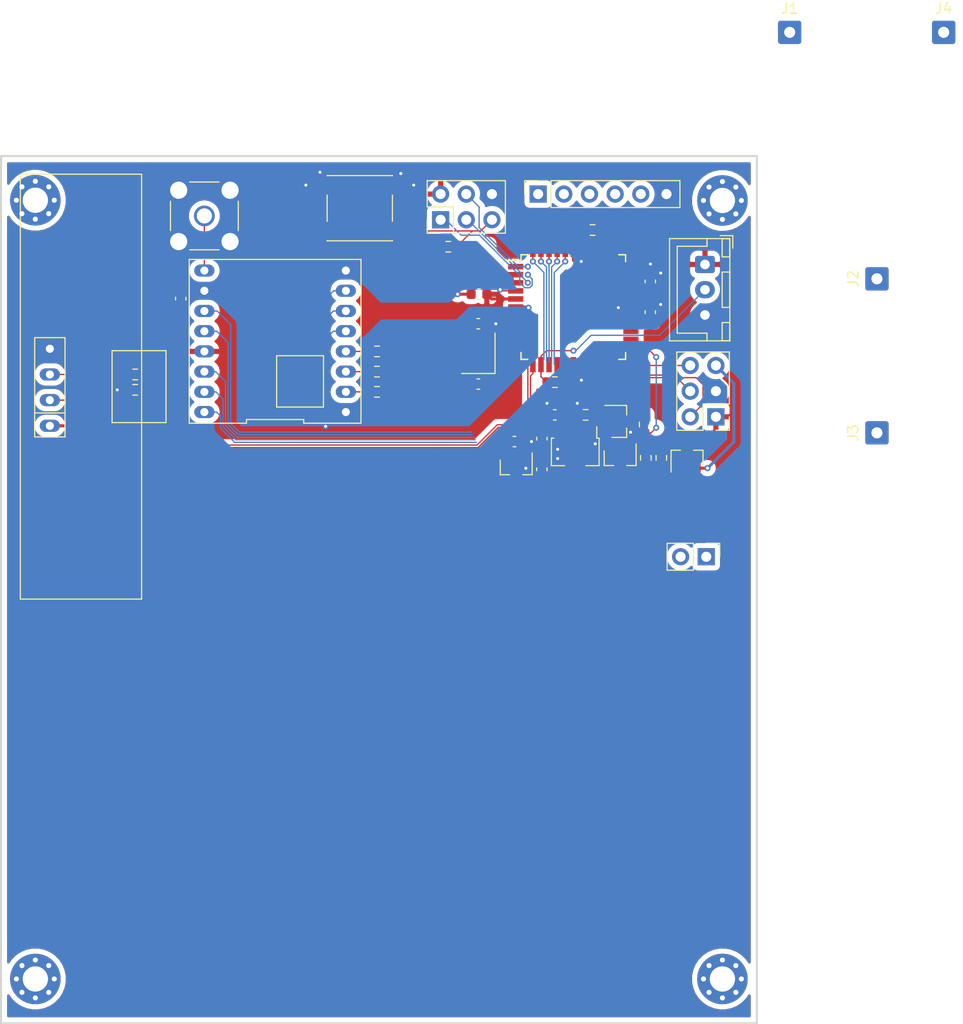
<source format=kicad_pcb>
(kicad_pcb (version 20171130) (host pcbnew "(5.1.7)-1")
  (layers (0 F.Cu signal) (31 B.Cu signal) (35 F.Paste user) (37 F.SilkS user) (38 B.Mask user) (39 F.Mask user) (44 Edge.Cuts user))
  (net 0 "")
  (net 1 VBAT_SW)
  (net 2 GND)
  (net 3 +3V3)
  (net 4 "Net-(C3-Pad2)")
  (net 5 +3.3V_SW)
  (net 6 XTAL1)
  (net 7 XTAL2)
  (net 8 "Net-(C11-Pad2)")
  (net 9 "Net-(J2-Pad1)")
  (net 10 VBAT)
  (net 11 I2C_SCL)
  (net 12 I2C_SDA)
  (net 13 SMBALERT)
  (net 14 ONEWIRE)
  (net 15 NRST)
  (net 16 AVR_MOSI)
  (net 17 AVR_SCK)
  (net 18 AVR_MISO)
  (net 19 "Net-(J11-Pad3)")
  (net 20 AVR_TX1)
  (net 21 AVR_RX0)
  (net 22 AVR_TX0)
  (net 23 "Net-(J13-Pad1)")
  (net 24 "Net-(Q1-Pad1)")
  (net 25 SW_PERIF)
  (net 26 SPI_MISO)
  (net 27 AVR_RX1)
  (net 28 SPI_MOSI)
  (net 29 SPI_SCK)
  (net 30 RADIO_NSS)
  (net 31 RADIO_DIO5)
  (net 32 RADIO_DIO4)
  (net 33 RADIO_DIO3)
  (net 34 RADIO_DIO2)
  (net 35 RADIO_DIO1)
  (net 36 RADIO_DIO0)
  (net 37 RADIO_RST)
  (net 38 "Net-(U5-Pad34)")
  (net 39 "Net-(U5-Pad33)")
  (net 40 "Net-(U5-Pad32)")
  (net 41 "Net-(U5-Pad31)")
  (net 42 "Net-(U5-Pad30)")
  (net 43 "Net-(U5-Pad24)")
  (net 44 "Net-(U5-Pad22)")
  (net 45 "Net-(U5-Pad16)")
  (net 46 "Net-(U5-Pad15)")
  (net 47 "Net-(U5-Pad14)")
  (net 48 "Net-(J12-Pad5)")
  (net 49 "Net-(J12-Pad1)")
  (net 50 "Net-(Q3-Pad1)")
  (net 51 "Net-(H1-Pad1)")
  (net 52 "Net-(H2-Pad1)")
  (net 53 "Net-(H3-Pad1)")
  (net 54 "Net-(U5-Pad26)")
  (net 55 "Net-(U5-Pad25)")
  (net 56 +5V_SW)
  (net 57 "Net-(H4-Pad1)")
  (net 58 "Net-(J12-Pad4)")
  (module Resistor_SMD:R_0603_1608Metric (layer F.Cu) (at 55.6768 100.37 180)
    (fp_text reference R7)
    (fp_text value 330)
    (pad 1 smd roundrect (at -0.825 0 180) (size 0.8 0.95) (layers F.Cu F.Paste F.Mask) (net 16 AVR_MOSI))
    (pad 2 smd roundrect (at 0.825 0 180) (size 0.8 0.95) (layers F.Cu F.Paste F.Mask) (net 28 SPI_MOSI))
  )
  (module project:RFM95 (layer F.Cu) (at 45.7487 97.3954 180)
    (fp_text reference U4)
    (fp_text value LoRa_Radio)
    (pad 8 thru_hole oval (at -6.8476 7.0254 90) (size 1.2 2) (drill 0.8) (layers *.Cu *.Mask) (net 2 GND))
    (pad 9 thru_hole oval (at 7.1524 7.0254 90) (size 1.2 2) (drill 0.8) (layers *.Cu *.Mask) (net 23 "Net-(J13-Pad1)"))
    (pad 7 thru_hole oval (at -6.8476 5.0254 90) (size 1.2 2) (drill 0.8) (layers *.Cu *.Mask) (net 31 RADIO_DIO5))
    (pad 10 thru_hole oval (at 7.1524 5.0254 90) (size 1.2 2) (drill 0.8) (layers *.Cu *.Mask) (net 2 GND))
    (pad 6 thru_hole oval (at -6.8476 3.0254 90) (size 1.2 2) (drill 0.8) (layers *.Cu *.Mask) (net 37 RADIO_RST))
    (pad 11 thru_hole oval (at 7.1524 3.0254 90) (size 1.2 2) (drill 0.8) (layers *.Cu *.Mask) (net 33 RADIO_DIO3))
    (pad 5 thru_hole oval (at -6.8476 1.0254 90) (size 1.2 2) (drill 0.8) (layers *.Cu *.Mask) (net 30 RADIO_NSS))
    (pad 12 thru_hole oval (at 7.1524 1.0254 90) (size 1.2 2) (drill 0.8) (layers *.Cu *.Mask) (net 32 RADIO_DIO4))
    (pad 4 thru_hole oval (at -6.8476 -0.9746 90) (size 1.2 2) (drill 0.8) (layers *.Cu *.Mask) (net 29 SPI_SCK))
    (pad 13 thru_hole oval (at 7.1524 -0.9746 90) (size 1.2 2) (drill 0.8) (layers *.Cu *.Mask) (net 3 +3V3))
    (pad 3 thru_hole oval (at -6.8476 -2.9746 90) (size 1.2 2) (drill 0.8) (layers *.Cu *.Mask) (net 28 SPI_MOSI))
    (pad 14 thru_hole oval (at 7.1524 -2.9746 90) (size 1.2 2) (drill 0.8) (layers *.Cu *.Mask) (net 36 RADIO_DIO0))
    (pad 2 thru_hole oval (at -6.8476 -4.9746 90) (size 1.2 2) (drill 0.8) (layers *.Cu *.Mask) (net 26 SPI_MISO))
    (pad 15 thru_hole oval (at 7.1524 -4.9746 90) (size 1.2 2) (drill 0.8) (layers *.Cu *.Mask) (net 35 RADIO_DIO1))
    (pad 1 thru_hole oval (at -6.8476 -6.9746 90) (size 1.2 2) (drill 0.8) (layers *.Cu *.Mask) (net 2 GND))
    (pad 16 thru_hole oval (at 7.1524 -6.9746 90) (size 1.2 2) (drill 0.8) (layers *.Cu *.Mask) (net 34 RADIO_DIO2))
  )
  (module Package_QFP:TQFP-44_10x10mm_P0.8mm (layer F.Cu) (at 75.1078 93.98)
    (fp_text reference U5)
    (fp_text value ATmega1284P-AU)
    (pad 44 smd rect (at -4 -5.7 90) (size 1.5 0.55) (layers F.Cu F.Paste F.Mask) (net 33 RADIO_DIO3))
    (pad 43 smd rect (at -3.2 -5.7 90) (size 1.5 0.55) (layers F.Cu F.Paste F.Mask) (net 32 RADIO_DIO4))
    (pad 42 smd rect (at -2.4 -5.7 90) (size 1.5 0.55) (layers F.Cu F.Paste F.Mask) (net 36 RADIO_DIO0))
    (pad 41 smd rect (at -1.6 -5.7 90) (size 1.5 0.55) (layers F.Cu F.Paste F.Mask) (net 35 RADIO_DIO1))
    (pad 40 smd rect (at -0.8 -5.7 90) (size 1.5 0.55) (layers F.Cu F.Paste F.Mask) (net 34 RADIO_DIO2))
    (pad 39 smd rect (at 0 -5.7 90) (size 1.5 0.55) (layers F.Cu F.Paste F.Mask) (net 2 GND))
    (pad 38 smd rect (at 0.8 -5.7 90) (size 1.5 0.55) (layers F.Cu F.Paste F.Mask) (net 3 +3V3))
    (pad 37 smd rect (at 1.6 -5.7 90) (size 1.5 0.55) (layers F.Cu F.Paste F.Mask) (net 31 RADIO_DIO5))
    (pad 36 smd rect (at 2.4 -5.7 90) (size 1.5 0.55) (layers F.Cu F.Paste F.Mask) (net 37 RADIO_RST))
    (pad 35 smd rect (at 3.2 -5.7 90) (size 1.5 0.55) (layers F.Cu F.Paste F.Mask) (net 30 RADIO_NSS))
    (pad 34 smd rect (at 4 -5.7 90) (size 1.5 0.55) (layers F.Cu F.Paste F.Mask) (net 38 "Net-(U5-Pad34)"))
    (pad 33 smd rect (at 5.7 -4) (size 1.5 0.55) (layers F.Cu F.Paste F.Mask) (net 39 "Net-(U5-Pad33)"))
    (pad 32 smd rect (at 5.7 -3.2) (size 1.5 0.55) (layers F.Cu F.Paste F.Mask) (net 40 "Net-(U5-Pad32)"))
    (pad 31 smd rect (at 5.7 -2.4) (size 1.5 0.55) (layers F.Cu F.Paste F.Mask) (net 41 "Net-(U5-Pad31)"))
    (pad 30 smd rect (at 5.7 -1.6) (size 1.5 0.55) (layers F.Cu F.Paste F.Mask) (net 42 "Net-(U5-Pad30)"))
    (pad 29 smd rect (at 5.7 -0.8) (size 1.5 0.55) (layers F.Cu F.Paste F.Mask) (net 8 "Net-(C11-Pad2)"))
    (pad 28 smd rect (at 5.7 0) (size 1.5 0.55) (layers F.Cu F.Paste F.Mask) (net 2 GND))
    (pad 27 smd rect (at 5.7 0.8) (size 1.5 0.55) (layers F.Cu F.Paste F.Mask) (net 3 +3V3))
    (pad 26 smd rect (at 5.7 1.6) (size 1.5 0.55) (layers F.Cu F.Paste F.Mask) (net 54 "Net-(U5-Pad26)"))
    (pad 25 smd rect (at 5.7 2.4) (size 1.5 0.55) (layers F.Cu F.Paste F.Mask) (net 55 "Net-(U5-Pad25)"))
    (pad 24 smd rect (at 5.7 3.2) (size 1.5 0.55) (layers F.Cu F.Paste F.Mask) (net 43 "Net-(U5-Pad24)"))
    (pad 23 smd rect (at 5.7 4) (size 1.5 0.55) (layers F.Cu F.Paste F.Mask) (net 25 SW_PERIF))
    (pad 22 smd rect (at 4 5.7 90) (size 1.5 0.55) (layers F.Cu F.Paste F.Mask) (net 44 "Net-(U5-Pad22)"))
    (pad 21 smd rect (at 3.2 5.7 90) (size 1.5 0.55) (layers F.Cu F.Paste F.Mask) (net 13 SMBALERT))
    (pad 20 smd rect (at 2.4 5.7 90) (size 1.5 0.55) (layers F.Cu F.Paste F.Mask) (net 12 I2C_SDA))
    (pad 19 smd rect (at 1.6 5.7 90) (size 1.5 0.55) (layers F.Cu F.Paste F.Mask) (net 11 I2C_SCL))
    (pad 18 smd rect (at 0.8 5.7 90) (size 1.5 0.55) (layers F.Cu F.Paste F.Mask) (net 2 GND))
    (pad 17 smd rect (at 0 5.7 90) (size 1.5 0.55) (layers F.Cu F.Paste F.Mask) (net 3 +3V3))
    (pad 16 smd rect (at -0.8 5.7 90) (size 1.5 0.55) (layers F.Cu F.Paste F.Mask) (net 45 "Net-(U5-Pad16)"))
    (pad 15 smd rect (at -1.6 5.7 90) (size 1.5 0.55) (layers F.Cu F.Paste F.Mask) (net 46 "Net-(U5-Pad15)"))
    (pad 14 smd rect (at -2.4 5.7 90) (size 1.5 0.55) (layers F.Cu F.Paste F.Mask) (net 47 "Net-(U5-Pad14)"))
    (pad 13 smd rect (at -3.2 5.7 90) (size 1.5 0.55) (layers F.Cu F.Paste F.Mask) (net 14 ONEWIRE))
    (pad 12 smd rect (at -4 5.7 90) (size 1.5 0.55) (layers F.Cu F.Paste F.Mask) (net 20 AVR_TX1))
    (pad 11 smd rect (at -5.7 4) (size 1.5 0.55) (layers F.Cu F.Paste F.Mask) (net 27 AVR_RX1))
    (pad 10 smd rect (at -5.7 3.2) (size 1.5 0.55) (layers F.Cu F.Paste F.Mask) (net 22 AVR_TX0))
    (pad 9 smd rect (at -5.7 2.4) (size 1.5 0.55) (layers F.Cu F.Paste F.Mask) (net 21 AVR_RX0))
    (pad 8 smd rect (at -5.7 1.6) (size 1.5 0.55) (layers F.Cu F.Paste F.Mask) (net 6 XTAL1))
    (pad 7 smd rect (at -5.7 0.8) (size 1.5 0.55) (layers F.Cu F.Paste F.Mask) (net 7 XTAL2))
    (pad 6 smd rect (at -5.7 0) (size 1.5 0.55) (layers F.Cu F.Paste F.Mask) (net 2 GND))
    (pad 5 smd rect (at -5.7 -0.8) (size 1.5 0.55) (layers F.Cu F.Paste F.Mask) (net 3 +3V3))
    (pad 4 smd rect (at -5.7 -1.6) (size 1.5 0.55) (layers F.Cu F.Paste F.Mask) (net 15 NRST))
    (pad 3 smd rect (at -5.7 -2.4) (size 1.5 0.55) (layers F.Cu F.Paste F.Mask) (net 17 AVR_SCK))
    (pad 2 smd rect (at -5.7 -3.2) (size 1.5 0.55) (layers F.Cu F.Paste F.Mask) (net 18 AVR_MISO))
    (pad 1 smd rect (at -5.7 -4) (size 1.5 0.55) (layers F.Cu F.Paste F.Mask) (net 16 AVR_MOSI))
  )
  (module project:JSN-SR04T (layer F.Cu) (at 26.416 101.854 90)
    (fp_text reference J11)
    (fp_text value Ultrasone)
    (pad 4 thru_hole oval (at 3.7465 -3.1115 90) (size 1.2 2) (drill 0.8) (layers *.Cu *.Mask) (net 2 GND))
    (pad 3 thru_hole oval (at 1.2065 -3.1115 90) (size 1.2 2) (drill 0.8) (layers *.Cu *.Mask) (net 19 "Net-(J11-Pad3)"))
    (pad 2 thru_hole oval (at -1.3335 -3.1115 90) (size 1.2 2) (drill 0.8) (layers *.Cu *.Mask) (net 20 AVR_TX1))
    (pad 1 thru_hole oval (at -3.8735 -3.1115 90) (size 1.2 2) (drill 0.8) (layers *.Cu *.Mask) (net 56 +5V_SW))
  )
  (module Button_Switch_SMD:SW_Push_1P1T_NO_6x6mm_H9.5mm (layer F.Cu) (at 53.975 84.201 180)
    (fp_text reference SW2)
    (fp_text value SW_NRST)
    (pad 2 smd rect (at 3.975 2.25 180) (size 1.55 1.3) (layers F.Cu F.Paste F.Mask) (net 2 GND))
    (pad 1 smd rect (at 3.975 -2.25 180) (size 1.55 1.3) (layers F.Cu F.Paste F.Mask) (net 15 NRST))
    (pad 1 smd rect (at -3.975 -2.25 180) (size 1.55 1.3) (layers F.Cu F.Paste F.Mask) (net 15 NRST))
    (pad 2 smd rect (at -3.975 2.25 180) (size 1.55 1.3) (layers F.Cu F.Paste F.Mask) (net 2 GND))
  )
  (module MountingHole:MountingHole_2.5mm_Pad_Via (layer F.Cu) (at 21.8694 160.4518)
    (fp_text reference H4)
    (fp_text value MountingHole_Pad)
    (pad 1 thru_hole circle (at 1.325825 -1.325825) (size 0.8 0.8) (drill 0.5) (layers *.Cu *.Mask) (net 57 "Net-(H4-Pad1)"))
    (pad 1 thru_hole circle (at 0 -1.875) (size 0.8 0.8) (drill 0.5) (layers *.Cu *.Mask) (net 57 "Net-(H4-Pad1)"))
    (pad 1 thru_hole circle (at -1.325825 -1.325825) (size 0.8 0.8) (drill 0.5) (layers *.Cu *.Mask) (net 57 "Net-(H4-Pad1)"))
    (pad 1 thru_hole circle (at -1.875 0) (size 0.8 0.8) (drill 0.5) (layers *.Cu *.Mask) (net 57 "Net-(H4-Pad1)"))
    (pad 1 thru_hole circle (at -1.325825 1.325825) (size 0.8 0.8) (drill 0.5) (layers *.Cu *.Mask) (net 57 "Net-(H4-Pad1)"))
    (pad 1 thru_hole circle (at 0 1.875) (size 0.8 0.8) (drill 0.5) (layers *.Cu *.Mask) (net 57 "Net-(H4-Pad1)"))
    (pad 1 thru_hole circle (at 1.325825 1.325825) (size 0.8 0.8) (drill 0.5) (layers *.Cu *.Mask) (net 57 "Net-(H4-Pad1)"))
    (pad 1 thru_hole circle (at 1.875 0) (size 0.8 0.8) (drill 0.5) (layers *.Cu *.Mask) (net 57 "Net-(H4-Pad1)"))
    (pad 1 thru_hole circle (at 0 0) (size 5 5) (drill 2.5) (layers *.Cu *.Mask) (net 57 "Net-(H4-Pad1)"))
  )
  (module Capacitor_SMD:C_0603_1608Metric (layer F.Cu) (at 36.2585 93.145 270)
    (fp_text reference C5)
    (fp_text value 10u)
    (pad 2 smd roundrect (at 0.775 0 270) (size 0.9 0.95) (layers F.Cu F.Paste F.Mask) (net 3 +3V3))
    (pad 1 smd roundrect (at -0.775 0 270) (size 0.9 0.95) (layers F.Cu F.Paste F.Mask) (net 2 GND))
  )
  (module MountingHole:MountingHole_2.5mm_Pad_Via (layer F.Cu) (at 21.8694 83.4136)
    (fp_text reference H3)
    (fp_text value MountingHole_Pad)
    (pad 1 thru_hole circle (at 1.325825 -1.325825) (size 0.8 0.8) (drill 0.5) (layers *.Cu *.Mask) (net 53 "Net-(H3-Pad1)"))
    (pad 1 thru_hole circle (at 0 -1.875) (size 0.8 0.8) (drill 0.5) (layers *.Cu *.Mask) (net 53 "Net-(H3-Pad1)"))
    (pad 1 thru_hole circle (at -1.325825 -1.325825) (size 0.8 0.8) (drill 0.5) (layers *.Cu *.Mask) (net 53 "Net-(H3-Pad1)"))
    (pad 1 thru_hole circle (at -1.875 0) (size 0.8 0.8) (drill 0.5) (layers *.Cu *.Mask) (net 53 "Net-(H3-Pad1)"))
    (pad 1 thru_hole circle (at -1.325825 1.325825) (size 0.8 0.8) (drill 0.5) (layers *.Cu *.Mask) (net 53 "Net-(H3-Pad1)"))
    (pad 1 thru_hole circle (at 0 1.875) (size 0.8 0.8) (drill 0.5) (layers *.Cu *.Mask) (net 53 "Net-(H3-Pad1)"))
    (pad 1 thru_hole circle (at 1.325825 1.325825) (size 0.8 0.8) (drill 0.5) (layers *.Cu *.Mask) (net 53 "Net-(H3-Pad1)"))
    (pad 1 thru_hole circle (at 1.875 0) (size 0.8 0.8) (drill 0.5) (layers *.Cu *.Mask) (net 53 "Net-(H3-Pad1)"))
    (pad 1 thru_hole circle (at 0 0) (size 5 5) (drill 2.5) (layers *.Cu *.Mask) (net 53 "Net-(H3-Pad1)"))
  )
  (module MountingHole:MountingHole_2.5mm_Pad_Via (layer F.Cu) (at 89.8652 160.4518)
    (fp_text reference H2)
    (fp_text value MountingHole_Pad)
    (pad 1 thru_hole circle (at 1.325825 -1.325825) (size 0.8 0.8) (drill 0.5) (layers *.Cu *.Mask) (net 52 "Net-(H2-Pad1)"))
    (pad 1 thru_hole circle (at 0 -1.875) (size 0.8 0.8) (drill 0.5) (layers *.Cu *.Mask) (net 52 "Net-(H2-Pad1)"))
    (pad 1 thru_hole circle (at -1.325825 -1.325825) (size 0.8 0.8) (drill 0.5) (layers *.Cu *.Mask) (net 52 "Net-(H2-Pad1)"))
    (pad 1 thru_hole circle (at -1.875 0) (size 0.8 0.8) (drill 0.5) (layers *.Cu *.Mask) (net 52 "Net-(H2-Pad1)"))
    (pad 1 thru_hole circle (at -1.325825 1.325825) (size 0.8 0.8) (drill 0.5) (layers *.Cu *.Mask) (net 52 "Net-(H2-Pad1)"))
    (pad 1 thru_hole circle (at 0 1.875) (size 0.8 0.8) (drill 0.5) (layers *.Cu *.Mask) (net 52 "Net-(H2-Pad1)"))
    (pad 1 thru_hole circle (at 1.325825 1.325825) (size 0.8 0.8) (drill 0.5) (layers *.Cu *.Mask) (net 52 "Net-(H2-Pad1)"))
    (pad 1 thru_hole circle (at 1.875 0) (size 0.8 0.8) (drill 0.5) (layers *.Cu *.Mask) (net 52 "Net-(H2-Pad1)"))
    (pad 1 thru_hole circle (at 0 0) (size 5 5) (drill 2.5) (layers *.Cu *.Mask) (net 52 "Net-(H2-Pad1)"))
  )
  (module MountingHole:MountingHole_2.5mm_Pad_Via (layer F.Cu) (at 89.8652 83.439)
    (fp_text reference H1)
    (fp_text value MountingHole_Pad)
    (pad 1 thru_hole circle (at 1.325825 -1.325825) (size 0.8 0.8) (drill 0.5) (layers *.Cu *.Mask) (net 51 "Net-(H1-Pad1)"))
    (pad 1 thru_hole circle (at 0 -1.875) (size 0.8 0.8) (drill 0.5) (layers *.Cu *.Mask) (net 51 "Net-(H1-Pad1)"))
    (pad 1 thru_hole circle (at -1.325825 -1.325825) (size 0.8 0.8) (drill 0.5) (layers *.Cu *.Mask) (net 51 "Net-(H1-Pad1)"))
    (pad 1 thru_hole circle (at -1.875 0) (size 0.8 0.8) (drill 0.5) (layers *.Cu *.Mask) (net 51 "Net-(H1-Pad1)"))
    (pad 1 thru_hole circle (at -1.325825 1.325825) (size 0.8 0.8) (drill 0.5) (layers *.Cu *.Mask) (net 51 "Net-(H1-Pad1)"))
    (pad 1 thru_hole circle (at 0 1.875) (size 0.8 0.8) (drill 0.5) (layers *.Cu *.Mask) (net 51 "Net-(H1-Pad1)"))
    (pad 1 thru_hole circle (at 1.325825 1.325825) (size 0.8 0.8) (drill 0.5) (layers *.Cu *.Mask) (net 51 "Net-(H1-Pad1)"))
    (pad 1 thru_hole circle (at 1.875 0) (size 0.8 0.8) (drill 0.5) (layers *.Cu *.Mask) (net 51 "Net-(H1-Pad1)"))
    (pad 1 thru_hole circle (at 0 0) (size 5 5) (drill 2.5) (layers *.Cu *.Mask) (net 51 "Net-(H1-Pad1)"))
  )
  (module Package_TO_SOT_SMD:SOT-89-3 (layer F.Cu) (at 75.2983 108.0135 270)
    (fp_text reference U2)
    (fp_text value "5V LDO")
    (pad 2 smd custom (at -1.5625 0 270) (size 1.475 0.9) (layers F.Cu F.Paste F.Mask) (net 4 "Net-(C3-Pad2)") (options (clearance outline) (anchor rect)) (primitives (gr_poly (pts (xy 0.7375 -0.8665) (xy 3.8625 -0.8665) (xy 3.8625 0.8665) (xy 0.7375 0.8665)) (width 0))))
    (pad 3 smd rect (at -1.65 1.5 270) (size 1.3 0.9) (layers F.Cu F.Paste F.Mask) (net 56 +5V_SW))
    (pad 1 smd rect (at -1.65 -1.5 270) (size 1.3 0.9) (layers F.Cu F.Paste F.Mask) (net 2 GND))
  )
  (module Resistor_SMD:R_0603_1608Metric (layer F.Cu) (at 76.327 104.648)
    (fp_text reference R14)
    (fp_text value 10k)
    (pad 2 smd roundrect (at 0.825 0) (size 0.8 0.95) (layers F.Cu F.Paste F.Mask) (net 50 "Net-(Q3-Pad1)"))
    (pad 1 smd roundrect (at -0.825 0) (size 0.8 0.95) (layers F.Cu F.Paste F.Mask) (net 2 GND))
  )
  (module Resistor_SMD:R_0603_1608Metric (layer F.Cu) (at 82.169 105.6005 90)
    (fp_text reference R4)
    (fp_text value 100)
    (pad 2 smd roundrect (at 0.825 0 90) (size 0.8 0.95) (layers F.Cu F.Paste F.Mask) (net 50 "Net-(Q3-Pad1)"))
    (pad 1 smd roundrect (at -0.825 0 90) (size 0.8 0.95) (layers F.Cu F.Paste F.Mask) (net 25 SW_PERIF))
  )
  (module Resistor_SMD:R_0603_1608Metric (layer F.Cu) (at 83.82 108.9025 90)
    (fp_text reference R3)
    (fp_text value 10k)
    (pad 2 smd roundrect (at 0.825 0 90) (size 0.8 0.95) (layers F.Cu F.Paste F.Mask) (net 3 +3V3))
    (pad 1 smd roundrect (at -0.825 0 90) (size 0.8 0.95) (layers F.Cu F.Paste F.Mask) (net 24 "Net-(Q1-Pad1)"))
  )
  (module Resistor_SMD:R_0603_1608Metric (layer F.Cu) (at 82.2833 108.9025 270)
    (fp_text reference R2)
    (fp_text value 10k)
    (pad 2 smd roundrect (at 0.825 0 270) (size 0.8 0.95) (layers F.Cu F.Paste F.Mask) (net 1 VBAT_SW))
    (pad 1 smd roundrect (at -0.825 0 270) (size 0.8 0.95) (layers F.Cu F.Paste F.Mask) (net 24 "Net-(Q1-Pad1)"))
  )
  (module Package_TO_SOT_SMD:SOT-23 (layer F.Cu) (at 79.629 105.2957)
    (fp_text reference Q3)
    (fp_text value NMOS)
    (pad 3 smd rect (at 1 0) (size 0.9 0.8) (layers F.Cu F.Paste F.Mask) (net 2 GND))
    (pad 2 smd rect (at -1 0.95) (size 0.9 0.8) (layers F.Cu F.Paste F.Mask) (net 24 "Net-(Q1-Pad1)"))
    (pad 1 smd rect (at -1 -0.95) (size 0.9 0.8) (layers F.Cu F.Paste F.Mask) (net 50 "Net-(Q3-Pad1)"))
  )
  (module Package_TO_SOT_SMD:SOT-23 (layer F.Cu) (at 86.36 108.9025 90)
    (fp_text reference Q2)
    (fp_text value PMOS)
    (pad 3 smd rect (at 1 0 90) (size 0.9 0.8) (layers F.Cu F.Paste F.Mask) (net 3 +3V3))
    (pad 2 smd rect (at -1 0.95 90) (size 0.9 0.8) (layers F.Cu F.Paste F.Mask) (net 5 +3.3V_SW))
    (pad 1 smd rect (at -1 -0.95 90) (size 0.9 0.8) (layers F.Cu F.Paste F.Mask) (net 24 "Net-(Q1-Pad1)"))
  )
  (module Package_TO_SOT_SMD:SOT-23 (layer F.Cu) (at 79.7433 108.9025 270)
    (fp_text reference Q1)
    (fp_text value PMOS)
    (pad 3 smd rect (at 1 0 270) (size 0.9 0.8) (layers F.Cu F.Paste F.Mask) (net 1 VBAT_SW))
    (pad 2 smd rect (at -1 0.95 270) (size 0.9 0.8) (layers F.Cu F.Paste F.Mask) (net 4 "Net-(C3-Pad2)"))
    (pad 1 smd rect (at -1 -0.95 270) (size 0.9 0.8) (layers F.Cu F.Paste F.Mask) (net 24 "Net-(Q1-Pad1)"))
  )
  (module Capacitor_SMD:C_0603_1608Metric (layer F.Cu) (at 71.9963 106.9975 90)
    (fp_text reference C4)
    (fp_text value 10u)
    (pad 2 smd roundrect (at 0.775 0 90) (size 0.9 0.95) (layers F.Cu F.Paste F.Mask) (net 56 +5V_SW))
    (pad 1 smd roundrect (at -0.775 0 90) (size 0.9 0.95) (layers F.Cu F.Paste F.Mask) (net 2 GND))
  )
  (module Capacitor_SMD:C_0603_1608Metric (layer F.Cu) (at 73.279 104.648)
    (fp_text reference C3)
    (fp_text value 10u)
    (pad 2 smd roundrect (at 0.775 0) (size 0.9 0.95) (layers F.Cu F.Paste F.Mask) (net 4 "Net-(C3-Pad2)"))
    (pad 1 smd roundrect (at -0.775 0) (size 0.9 0.95) (layers F.Cu F.Paste F.Mask) (net 2 GND))
  )
  (module Connector_PinSocket_2.54mm:PinSocket_1x06_P2.54mm_Vertical (layer F.Cu) (at 71.628 82.804 90)
    (fp_text reference J12)
    (fp_text value Conn_01x06)
    (pad 6 thru_hole oval (at 0 12.7 90) (size 1.7 1.7) (drill 1) (layers *.Cu *.Mask) (net 2 GND))
    (pad 5 thru_hole oval (at 0 10.16 90) (size 1.7 1.7) (drill 1) (layers *.Cu *.Mask) (net 48 "Net-(J12-Pad5)"))
    (pad 4 thru_hole oval (at 0 7.62 90) (size 1.7 1.7) (drill 1) (layers *.Cu *.Mask) (net 58 "Net-(J12-Pad4)"))
    (pad 3 thru_hole oval (at 0 5.08 90) (size 1.7 1.7) (drill 1) (layers *.Cu *.Mask) (net 21 AVR_RX0))
    (pad 2 thru_hole oval (at 0 2.54 90) (size 1.7 1.7) (drill 1) (layers *.Cu *.Mask) (net 22 AVR_TX0))
    (pad 1 thru_hole rect (at 0 0 90) (size 1.7 1.7) (drill 1) (layers *.Cu *.Mask) (net 49 "Net-(J12-Pad1)"))
  )
  (module Connector_Wire:SolderWire-0.5sqmm_1x01_D0.9mm_OD2.3mm (layer F.Cu) (at 111.76 66.802)
    (fp_text reference J4 (at 0 -2.35) (layer F.SilkS))
    (fp_text value B+)
    (pad 1 thru_hole roundrect (at 0 0) (size 2.3 2.3) (drill 1.1) (layers *.Cu *.Mask) (roundrect_rratio 0.108696) (net 10 VBAT))
  )
  (module Connector_Wire:SolderWire-0.5sqmm_1x01_D0.9mm_OD2.3mm (layer F.Cu) (at 105.156 106.426 90)
    (fp_text reference J3 (at 0 -2.35 90) (layer F.SilkS))
    (fp_text value Serie)
    (pad 1 thru_hole roundrect (at 0 0 90) (size 2.3 2.3) (drill 1.1) (layers *.Cu *.Mask) (roundrect_rratio 0.108696) (net 9 "Net-(J2-Pad1)"))
  )
  (module Connector_Wire:SolderWire-0.5sqmm_1x01_D0.9mm_OD2.3mm (layer F.Cu) (at 105.156 91.186 90)
    (fp_text reference J2 (at 0 -2.35 90) (layer F.SilkS))
    (fp_text value Serie)
    (pad 1 thru_hole roundrect (at 0 0 90) (size 2.3 2.3) (drill 1.1) (layers *.Cu *.Mask) (roundrect_rratio 0.108696) (net 9 "Net-(J2-Pad1)"))
  )
  (module Connector_Wire:SolderWire-0.5sqmm_1x01_D0.9mm_OD2.3mm (layer F.Cu) (at 96.52 66.802)
    (fp_text reference J1 (at 0 -2.35) (layer F.SilkS))
    (fp_text value B-)
    (pad 1 thru_hole roundrect (at 0 0) (size 2.3 2.3) (drill 1.1) (layers *.Cu *.Mask) (roundrect_rratio 0.108696) (net 2 GND))
  )
  (module Crystal:Crystal_SMD_3225-4Pin_3.2x2.5mm (layer F.Cu) (at 65.7098 98.552 90)
    (fp_text reference Y1)
    (fp_text value 16MHz)
    (pad 4 smd rect (at -1.1 -0.85 90) (size 1.4 1.2) (layers F.Cu F.Paste F.Mask) (net 2 GND))
    (pad 3 smd rect (at 1.1 -0.85 90) (size 1.4 1.2) (layers F.Cu F.Paste F.Mask) (net 7 XTAL2))
    (pad 2 smd rect (at 1.1 0.85 90) (size 1.4 1.2) (layers F.Cu F.Paste F.Mask) (net 2 GND))
    (pad 1 smd rect (at -1.1 0.85 90) (size 1.4 1.2) (layers F.Cu F.Paste F.Mask) (net 6 XTAL1))
  )
  (module Package_TO_SOT_SMD:SOT-23 (layer F.Cu) (at 69.4563 109.8078 270)
    (fp_text reference U1)
    (fp_text value "3.3V LDO")
    (pad 3 smd rect (at 1 0 270) (size 0.9 0.8) (layers F.Cu F.Paste F.Mask) (net 1 VBAT_SW))
    (pad 2 smd rect (at -1 0.95 270) (size 0.9 0.8) (layers F.Cu F.Paste F.Mask) (net 3 +3V3))
    (pad 1 smd rect (at -1 -0.95 270) (size 0.9 0.8) (layers F.Cu F.Paste F.Mask) (net 2 GND))
  )
  (module Connector_PinHeader_2.54mm:PinHeader_1x02_P2.54mm_Vertical (layer F.Cu) (at 88.265 118.6815 270)
    (fp_text reference SW1)
    (fp_text value SW_VBAT)
    (pad 2 thru_hole oval (at 0 2.54 270) (size 1.7 1.7) (drill 1) (layers *.Cu *.Mask) (net 1 VBAT_SW))
    (pad 1 thru_hole rect (at 0 0 270) (size 1.7 1.7) (drill 1) (layers *.Cu *.Mask) (net 10 VBAT))
  )
  (module Resistor_SMD:R_0603_1608Metric (layer F.Cu) (at 77.0128 86.36 180)
    (fp_text reference R11)
    (fp_text value 10k)
    (pad 2 smd roundrect (at 0.825 0 180) (size 0.8 0.95) (layers F.Cu F.Paste F.Mask) (net 3 +3V3))
    (pad 1 smd roundrect (at -0.825 0 180) (size 0.8 0.95) (layers F.Cu F.Paste F.Mask) (net 30 RADIO_NSS))
  )
  (module Resistor_SMD:R_0603_1608Metric (layer F.Cu) (at 62.738 88.011 180)
    (fp_text reference R10)
    (fp_text value 10k)
    (pad 2 smd roundrect (at 0.825 0 180) (size 0.8 0.95) (layers F.Cu F.Paste F.Mask) (net 3 +3V3))
    (pad 1 smd roundrect (at -0.825 0 180) (size 0.8 0.95) (layers F.Cu F.Paste F.Mask) (net 15 NRST))
  )
  (module Resistor_SMD:R_0603_1608Metric (layer F.Cu) (at 31.75 102.1715)
    (fp_text reference R9)
    (fp_text value 3k3)
    (pad 2 smd roundrect (at 0.825 0) (size 0.8 0.95) (layers F.Cu F.Paste F.Mask) (net 27 AVR_RX1))
    (pad 1 smd roundrect (at -0.825 0) (size 0.8 0.95) (layers F.Cu F.Paste F.Mask) (net 2 GND))
  )
  (module Resistor_SMD:R_0603_1608Metric (layer F.Cu) (at 55.6768 98.37 180)
    (fp_text reference R8)
    (fp_text value 330)
    (pad 1 smd roundrect (at -0.825 0 180) (size 0.8 0.95) (layers F.Cu F.Paste F.Mask) (net 18 AVR_MISO))
    (pad 2 smd roundrect (at 0.825 0 180) (size 0.8 0.95) (layers F.Cu F.Paste F.Mask) (net 29 SPI_SCK))
  )
  (module Resistor_SMD:R_0603_1608Metric (layer F.Cu) (at 31.75 100.6475 180)
    (fp_text reference R6)
    (fp_text value 1k8)
    (pad 2 smd roundrect (at 0.825 0 180) (size 0.8 0.95) (layers F.Cu F.Paste F.Mask) (net 19 "Net-(J11-Pad3)"))
    (pad 1 smd roundrect (at -0.825 0 180) (size 0.8 0.95) (layers F.Cu F.Paste F.Mask) (net 27 AVR_RX1))
  )
  (module Resistor_SMD:R_0603_1608Metric (layer F.Cu) (at 55.6768 102.37 180)
    (fp_text reference R5)
    (fp_text value 330)
    (pad 1 smd roundrect (at -0.825 0 180) (size 0.8 0.95) (layers F.Cu F.Paste F.Mask) (net 17 AVR_SCK))
    (pad 2 smd roundrect (at 0.825 0 180) (size 0.8 0.95) (layers F.Cu F.Paste F.Mask) (net 26 SPI_MISO))
  )
  (module Resistor_SMD:R_0603_1608Metric (layer F.Cu) (at 73.2795 101.4095)
    (fp_text reference R1)
    (fp_text value 4k7)
    (pad 2 smd roundrect (at 0.825 0) (size 0.8 0.95) (layers F.Cu F.Paste F.Mask) (net 3 +3V3))
    (pad 1 smd roundrect (at -0.825 0) (size 0.8 0.95) (layers F.Cu F.Paste F.Mask) (net 14 ONEWIRE))
  )
  (module Connector_Coaxial:SMA_Amphenol_901-144_Vertical (layer F.Cu) (at 38.5963 84.963)
    (fp_text reference J13)
    (fp_text value Antenna)
    (pad 2 thru_hole circle (at -2.54 2.54) (size 2.25 2.25) (drill 1.7) (layers *.Cu *.Mask) (net 2 GND))
    (pad 2 thru_hole circle (at -2.54 -2.54) (size 2.25 2.25) (drill 1.7) (layers *.Cu *.Mask) (net 2 GND))
    (pad 2 thru_hole circle (at 2.54 -2.54) (size 2.25 2.25) (drill 1.7) (layers *.Cu *.Mask) (net 2 GND))
    (pad 2 thru_hole circle (at 2.54 2.54) (size 2.25 2.25) (drill 1.7) (layers *.Cu *.Mask) (net 2 GND))
    (pad 1 thru_hole circle (at 0 0) (size 2.05 2.05) (drill 1.5) (layers *.Cu *.Mask) (net 23 "Net-(J13-Pad1)"))
  )
  (module Connector_PinHeader_2.54mm:PinHeader_2x03_P2.54mm_Vertical (layer F.Cu) (at 61.976 85.344 90)
    (fp_text reference J10)
    (fp_text value Conn_02x03_Odd_Even)
    (pad 6 thru_hole oval (at 2.54 5.08 90) (size 1.7 1.7) (drill 1) (layers *.Cu *.Mask) (net 2 GND))
    (pad 5 thru_hole oval (at 0 5.08 90) (size 1.7 1.7) (drill 1) (layers *.Cu *.Mask) (net 15 NRST))
    (pad 4 thru_hole oval (at 2.54 2.54 90) (size 1.7 1.7) (drill 1) (layers *.Cu *.Mask) (net 16 AVR_MOSI))
    (pad 3 thru_hole oval (at 0 2.54 90) (size 1.7 1.7) (drill 1) (layers *.Cu *.Mask) (net 17 AVR_SCK))
    (pad 2 thru_hole oval (at 2.54 0 90) (size 1.7 1.7) (drill 1) (layers *.Cu *.Mask) (net 3 +3V3))
    (pad 1 thru_hole rect (at 0 0 90) (size 1.7 1.7) (drill 1) (layers *.Cu *.Mask) (net 18 AVR_MISO))
  )
  (module Connector_JST:JST_XH_B3B-XH-A_1x03_P2.50mm_Vertical (layer F.Cu) (at 88.138 89.7655 270)
    (fp_text reference J8)
    (fp_text value Conn_01x03)
    (pad 3 thru_hole oval (at 5 0 270) (size 1.7 1.95) (drill 0.95) (layers *.Cu *.Mask) (net 2 GND))
    (pad 2 thru_hole oval (at 2.5 0 270) (size 1.7 1.95) (drill 0.95) (layers *.Cu *.Mask) (net 14 ONEWIRE))
    (pad 1 thru_hole roundrect (at 0 0 270) (size 1.7 1.95) (drill 0.95) (layers *.Cu *.Mask) (roundrect_rratio 0.147059) (net 3 +3V3))
  )
  (module Connector_PinHeader_2.54mm:PinHeader_2x03_P2.54mm_Vertical (layer F.Cu) (at 89.2175 104.8385 180)
    (fp_text reference J7)
    (fp_text value Conn_02x03_Odd_Even)
    (pad 6 thru_hole oval (at 2.54 5.08 180) (size 1.7 1.7) (drill 1) (layers *.Cu *.Mask) (net 11 I2C_SCL))
    (pad 5 thru_hole oval (at 0 5.08 180) (size 1.7 1.7) (drill 1) (layers *.Cu *.Mask) (net 5 +3.3V_SW))
    (pad 4 thru_hole oval (at 2.54 2.54 180) (size 1.7 1.7) (drill 1) (layers *.Cu *.Mask) (net 12 I2C_SDA))
    (pad 3 thru_hole oval (at 0 2.54 180) (size 1.7 1.7) (drill 1) (layers *.Cu *.Mask) (net 2 GND))
    (pad 2 thru_hole oval (at 2.54 0 180) (size 1.7 1.7) (drill 1) (layers *.Cu *.Mask) (net 13 SMBALERT))
    (pad 1 thru_hole rect (at 0 0 180) (size 1.7 1.7) (drill 1) (layers *.Cu *.Mask) (net 3 +3V3))
  )
  (module Capacitor_SMD:C_0603_1608Metric (layer F.Cu) (at 82.7278 91.44 270)
    (fp_text reference C11)
    (fp_text value 100n)
    (pad 2 smd roundrect (at 0.775 0 270) (size 0.9 0.95) (layers F.Cu F.Paste F.Mask) (net 8 "Net-(C11-Pad2)"))
    (pad 1 smd roundrect (at -0.775 0 270) (size 0.9 0.95) (layers F.Cu F.Paste F.Mask) (net 2 GND))
  )
  (module Capacitor_SMD:C_0603_1608Metric (layer F.Cu) (at 65.773 92.71 180)
    (fp_text reference C10)
    (fp_text value 100n)
    (pad 2 smd roundrect (at 0.775 0 180) (size 0.9 0.95) (layers F.Cu F.Paste F.Mask) (net 2 GND))
    (pad 1 smd roundrect (at -0.775 0 180) (size 0.9 0.95) (layers F.Cu F.Paste F.Mask) (net 3 +3V3))
  )
  (module Capacitor_SMD:C_0603_1608Metric (layer F.Cu) (at 82.7278 94.488 270)
    (fp_text reference C9)
    (fp_text value 100n)
    (pad 2 smd roundrect (at 0.775 0 270) (size 0.9 0.95) (layers F.Cu F.Paste F.Mask) (net 3 +3V3))
    (pad 1 smd roundrect (at -0.775 0 270) (size 0.9 0.95) (layers F.Cu F.Paste F.Mask) (net 2 GND))
  )
  (module Capacitor_SMD:C_0603_1608Metric (layer F.Cu) (at 65.7098 95.631 180)
    (fp_text reference C8)
    (fp_text value 12p)
    (pad 2 smd roundrect (at 0.775 0 180) (size 0.9 0.95) (layers F.Cu F.Paste F.Mask) (net 7 XTAL2))
    (pad 1 smd roundrect (at -0.775 0 180) (size 0.9 0.95) (layers F.Cu F.Paste F.Mask) (net 2 GND))
  )
  (module Capacitor_SMD:C_0603_1608Metric (layer F.Cu) (at 65.7098 101.6)
    (fp_text reference C7)
    (fp_text value 12p)
    (pad 2 smd roundrect (at 0.775 0) (size 0.9 0.95) (layers F.Cu F.Paste F.Mask) (net 6 XTAL1))
    (pad 1 smd roundrect (at -0.775 0) (size 0.9 0.95) (layers F.Cu F.Paste F.Mask) (net 2 GND))
  )
  (module Capacitor_SMD:C_0603_1608Metric (layer F.Cu) (at 69.2813 107.2896 180)
    (fp_text reference C2)
    (fp_text value 1u)
    (pad 2 smd roundrect (at 0.775 0 180) (size 0.9 0.95) (layers F.Cu F.Paste F.Mask) (net 3 +3V3))
    (pad 1 smd roundrect (at -0.775 0 180) (size 0.9 0.95) (layers F.Cu F.Paste F.Mask) (net 2 GND))
  )
  (module Capacitor_SMD:C_0603_1608Metric (layer F.Cu) (at 71.9963 110.0328 270)
    (fp_text reference C1)
    (fp_text value 1u)
    (pad 2 smd roundrect (at 0.775 0 270) (size 0.9 0.95) (layers F.Cu F.Paste F.Mask) (net 1 VBAT_SW))
    (pad 1 smd roundrect (at -0.775 0 270) (size 0.9 0.95) (layers F.Cu F.Paste F.Mask) (net 2 GND))
  )
  (gr_line (start 18.471419 164.846) (end 18.471419 79.048619) (layer Edge.Cuts) (width 0.2))
  (gr_line (start 93.2688 79.048619) (end 93.2688 164.846) (layer Edge.Cuts) (width 0.2))
  (gr_line (start 18.471419 79.048619) (end 93.2688 79.048619) (layer Edge.Cuts) (width 0.2))
  (gr_line (start 93.2688 164.846) (end 18.471419 164.846) (layer Edge.Cuts) (width 0.2))
  (segment (start 82.1083 109.9025) (end 82.2833 109.7275) (width 0.3) (layer F.Cu) (net 1))
  (segment (start 79.7433 109.9025) (end 82.1083 109.9025) (width 0.3) (layer F.Cu) (net 1))
  (segment (start 69.4563 110.8078) (end 71.9963 110.8078) (width 0.3) (layer F.Cu) (net 1))
  (segment (start 78.838 110.8078) (end 79.7433 109.9025) (width 0.3) (layer F.Cu) (net 1))
  (segment (start 71.9963 110.8078) (end 78.838 110.8078) (width 0.3) (layer F.Cu) (net 1))
  (segment (start 82.4608 93.98) (end 82.7278 93.713) (width 0.4) (layer F.Cu) (net 2))
  (segment (start 80.8078 93.98) (end 82.4608 93.98) (width 0.4) (layer F.Cu) (net 2))
  (segment (start 66.5598 97.552) (end 66.5598 97.452) (width 0.4) (layer F.Cu) (net 2))
  (segment (start 64.8598 99.252) (end 66.5598 97.552) (width 0.4) (layer F.Cu) (net 2))
  (segment (start 64.8598 99.652) (end 64.8598 99.252) (width 0.4) (layer F.Cu) (net 2))
  (segment (start 64.8598 101.525) (end 64.9348 101.6) (width 0.4) (layer F.Cu) (net 2))
  (segment (start 64.8598 99.652) (end 64.8598 101.525) (width 0.4) (layer F.Cu) (net 2))
  (segment (start 66.5598 95.706) (end 66.4848 95.631) (width 0.4) (layer F.Cu) (net 2))
  (segment (start 66.5598 97.452) (end 66.5598 95.706) (width 0.4) (layer F.Cu) (net 2))
  (via (at 79.5655 94.0435) (size 0.6) (drill 0.3) (layers F.Cu B.Cu) (net 2))
  (via (at 70.6755 94.0435) (size 0.6) (drill 0.3) (layers F.Cu B.Cu) (net 2))
  (via (at 75.8952 89.4715) (size 0.6) (drill 0.3) (layers F.Cu B.Cu) (net 2))
  (segment (start 70.612 93.98) (end 70.6755 94.0435) (width 0.3) (layer F.Cu) (net 2))
  (segment (start 69.4078 93.98) (end 70.612 93.98) (width 0.3) (layer F.Cu) (net 2))
  (segment (start 79.629 93.98) (end 79.5655 94.0435) (width 0.3) (layer F.Cu) (net 2))
  (segment (start 80.8078 93.98) (end 79.629 93.98) (width 0.3) (layer F.Cu) (net 2))
  (via (at 80.772 106.3625) (size 0.6) (drill 0.3) (layers F.Cu B.Cu) (net 2))
  (via (at 77.2795 107.5055) (size 0.6) (drill 0.3) (layers F.Cu B.Cu) (net 2))
  (segment (start 76.7983 107.0243) (end 77.2795 107.5055) (width 0.3) (layer F.Cu) (net 2))
  (segment (start 76.7983 106.3635) (end 76.7983 107.0243) (width 0.3) (layer F.Cu) (net 2))
  (segment (start 80.629 106.2195) (end 80.772 106.3625) (width 0.3) (layer F.Cu) (net 2))
  (segment (start 80.629 105.2957) (end 80.629 106.2195) (width 0.3) (layer F.Cu) (net 2))
  (segment (start 38.5963 92.37) (end 36.2585 92.37) (width 0.3) (layer F.Cu) (net 2))
  (via (at 29.972 102.1715) (size 0.6) (drill 0.3) (layers F.Cu B.Cu) (net 2))
  (segment (start 50 81.951) (end 57.95 81.951) (width 0.3) (layer F.Cu) (net 2))
  (via (at 58.039 80.772) (size 0.6) (drill 0.3) (layers F.Cu B.Cu) (net 2))
  (via (at 59.309 81.915) (size 0.6) (drill 0.3) (layers F.Cu B.Cu) (net 2))
  (via (at 50.038 80.645) (size 0.6) (drill 0.3) (layers F.Cu B.Cu) (net 2))
  (via (at 48.641 81.915) (size 0.6) (drill 0.3) (layers F.Cu B.Cu) (net 2))
  (segment (start 48.677 81.951) (end 48.641 81.915) (width 0.3) (layer F.Cu) (net 2))
  (segment (start 50 81.951) (end 48.677 81.951) (width 0.3) (layer F.Cu) (net 2))
  (segment (start 50 80.683) (end 50.038 80.645) (width 0.3) (layer F.Cu) (net 2))
  (segment (start 50 81.951) (end 50 80.683) (width 0.3) (layer F.Cu) (net 2))
  (segment (start 57.95 80.861) (end 58.039 80.772) (width 0.3) (layer F.Cu) (net 2))
  (segment (start 57.95 81.951) (end 57.95 80.861) (width 0.3) (layer F.Cu) (net 2))
  (segment (start 59.273 81.951) (end 59.309 81.915) (width 0.3) (layer F.Cu) (net 2))
  (segment (start 57.95 81.951) (end 59.273 81.951) (width 0.3) (layer F.Cu) (net 2))
  (via (at 82.7405 89.7255) (size 0.6) (drill 0.3) (layers F.Cu B.Cu) (net 2))
  (via (at 83.7565 90.6145) (size 0.6) (drill 0.3) (layers F.Cu B.Cu) (net 2))
  (via (at 83.7565 93.726) (size 0.6) (drill 0.3) (layers F.Cu B.Cu) (net 2))
  (segment (start 83.7435 93.713) (end 83.7565 93.726) (width 0.3) (layer F.Cu) (net 2))
  (segment (start 82.7278 93.713) (end 83.7435 93.713) (width 0.3) (layer F.Cu) (net 2))
  (segment (start 83.706 90.665) (end 83.7565 90.6145) (width 0.3) (layer F.Cu) (net 2))
  (segment (start 82.7278 90.665) (end 83.706 90.665) (width 0.3) (layer F.Cu) (net 2))
  (segment (start 82.7278 89.7382) (end 82.7405 89.7255) (width 0.3) (layer F.Cu) (net 2))
  (segment (start 82.7278 90.665) (end 82.7278 89.7382) (width 0.3) (layer F.Cu) (net 2))
  (segment (start 29.972 102.1715) (end 30.925 102.1715) (width 0.3) (layer F.Cu) (net 2))
  (via (at 67.437 95.631) (size 0.6) (drill 0.3) (layers F.Cu B.Cu) (net 2))
  (segment (start 66.4848 95.631) (end 67.437 95.631) (width 0.3) (layer F.Cu) (net 2))
  (via (at 75.5015 103.505) (size 0.6) (drill 0.3) (layers F.Cu B.Cu) (net 2))
  (segment (start 75.502 104.648) (end 75.502 103.5055) (width 0.3) (layer F.Cu) (net 2))
  (via (at 72.504 103.505) (size 0.6) (drill 0.3) (layers F.Cu B.Cu) (net 2))
  (segment (start 72.504 104.648) (end 72.504 104.4705) (width 0.3) (layer F.Cu) (net 2))
  (segment (start 72.504 103.505) (end 72.504 104.648) (width 0.3) (layer F.Cu) (net 2))
  (via (at 75.9078 101.219) (size 0.6) (drill 0.3) (layers F.Cu B.Cu) (net 2))
  (segment (start 75.9078 99.68) (end 75.9078 101.219) (width 0.3) (layer F.Cu) (net 2))
  (segment (start 71.9963 109.1943) (end 72.009 109.207) (width 0.3) (layer F.Cu) (net 2))
  (via (at 73.5584 108.0516) (size 0.6) (drill 0.3) (layers F.Cu B.Cu) (net 2))
  (segment (start 73.2793 107.7725) (end 73.5584 108.0516) (width 0.3) (layer F.Cu) (net 2))
  (segment (start 71.9963 107.7725) (end 73.2793 107.7725) (width 0.3) (layer F.Cu) (net 2))
  (via (at 73.5584 108.966) (size 0.6) (drill 0.3) (layers F.Cu B.Cu) (net 2))
  (segment (start 73.2666 109.2578) (end 73.5584 108.966) (width 0.3) (layer F.Cu) (net 2))
  (segment (start 71.9963 109.2578) (end 73.2666 109.2578) (width 0.3) (layer F.Cu) (net 2))
  (via (at 70.4088 109.9312) (size 0.6) (drill 0.3) (layers F.Cu B.Cu) (net 2))
  (segment (start 70.4063 109.9287) (end 70.4088 109.9312) (width 0.3) (layer F.Cu) (net 2))
  (segment (start 70.4063 108.8078) (end 70.4063 109.9287) (width 0.3) (layer F.Cu) (net 2))
  (via (at 70.9676 107.2896) (size 0.6) (drill 0.3) (layers F.Cu B.Cu) (net 2))
  (segment (start 70.0563 107.2896) (end 70.9676 107.2896) (width 0.3) (layer F.Cu) (net 2))
  (segment (start 75.2493 89.4715) (end 75.8952 89.4715) (width 0.3) (layer F.Cu) (net 2))
  (segment (start 75.1078 89.33) (end 75.2493 89.4715) (width 0.3) (layer F.Cu) (net 2))
  (segment (start 75.1078 88.28) (end 75.1078 89.33) (width 0.3) (layer F.Cu) (net 2))
  (segment (start 64.998 92.71) (end 63.6524 92.71) (width 0.3) (layer F.Cu) (net 2))
  (via (at 63.6524 92.71) (size 0.6) (drill 0.3) (layers F.Cu B.Cu) (net 2))
  (segment (start 75.9078 86.64) (end 76.1878 86.36) (width 0.4) (layer F.Cu) (net 3))
  (segment (start 75.9078 88.28) (end 75.9078 86.64) (width 0.4) (layer F.Cu) (net 3))
  (segment (start 75.1078 100.4052) (end 74.1035 101.4095) (width 0.3) (layer F.Cu) (net 3))
  (segment (start 75.1078 99.68) (end 75.1078 100.4052) (width 0.3) (layer F.Cu) (net 3))
  (segment (start 82.2448 94.78) (end 82.7278 95.263) (width 0.3) (layer F.Cu) (net 3))
  (segment (start 80.8078 94.78) (end 82.2448 94.78) (width 0.3) (layer F.Cu) (net 3))
  (segment (start 68.5063 108.8078) (end 68.5063 107.2896) (width 0.3) (layer F.Cu) (net 3))
  (segment (start 67.018 93.18) (end 69.4078 93.18) (width 0.3) (layer F.Cu) (net 3))
  (segment (start 66.548 92.71) (end 67.018 93.18) (width 0.3) (layer F.Cu) (net 3))
  (segment (start 75.2983 106.451) (end 75.2983 108.0643) (width 0.3) (layer F.Cu) (net 4))
  (segment (start 75.2983 108.0643) (end 76.0095 108.7755) (width 0.3) (layer F.Cu) (net 4))
  (segment (start 77.9203 108.7755) (end 78.7933 107.9025) (width 0.3) (layer F.Cu) (net 4))
  (segment (start 76.0095 108.7755) (end 77.9203 108.7755) (width 0.3) (layer F.Cu) (net 4))
  (segment (start 75.2983 105.8923) (end 75.2983 106.451) (width 0.3) (layer F.Cu) (net 4))
  (segment (start 74.054 104.648) (end 75.2983 105.8923) (width 0.3) (layer F.Cu) (net 4))
  (segment (start 89.2175 99.7585) (end 90.9955 101.5365) (width 0.3) (layer B.Cu) (net 5))
  (via (at 88.392 109.9185) (size 0.6) (drill 0.3) (layers F.Cu B.Cu) (net 5))
  (segment (start 90.9955 107.315) (end 88.392 109.9185) (width 0.3) (layer B.Cu) (net 5))
  (segment (start 90.9955 101.5365) (end 90.9955 107.315) (width 0.3) (layer B.Cu) (net 5))
  (segment (start 87.326 109.9185) (end 87.31 109.9025) (width 0.3) (layer F.Cu) (net 5))
  (segment (start 88.392 109.9185) (end 87.326 109.9185) (width 0.3) (layer F.Cu) (net 5))
  (segment (start 66.5598 101.525) (end 66.4848 101.6) (width 0.127) (layer F.Cu) (net 6))
  (segment (start 66.5598 99.652) (end 66.5598 101.525) (width 0.127) (layer F.Cu) (net 6))
  (segment (start 67.6275 98.5843) (end 66.5598 99.652) (width 0.127) (layer F.Cu) (net 6))
  (segment (start 67.6275 96.3295) (end 67.6275 98.5843) (width 0.127) (layer F.Cu) (net 6))
  (segment (start 68.377 95.58) (end 69.4078 95.58) (width 0.127) (layer F.Cu) (net 6))
  (segment (start 67.6275 96.3295) (end 68.377 95.58) (width 0.127) (layer F.Cu) (net 6))
  (segment (start 64.8598 95.706) (end 64.9348 95.631) (width 0.127) (layer F.Cu) (net 7))
  (segment (start 64.8598 97.452) (end 64.8598 95.706) (width 0.127) (layer F.Cu) (net 7))
  (segment (start 65.60031 94.96549) (end 64.9348 95.631) (width 0.127) (layer F.Cu) (net 7))
  (segment (start 65.7858 94.78) (end 65.60031 94.96549) (width 0.127) (layer F.Cu) (net 7))
  (segment (start 69.4078 94.78) (end 65.7858 94.78) (width 0.127) (layer F.Cu) (net 7))
  (segment (start 81.7628 93.18) (end 82.7278 92.215) (width 0.4) (layer F.Cu) (net 8))
  (segment (start 80.8078 93.18) (end 81.7628 93.18) (width 0.4) (layer F.Cu) (net 8))
  (segment (start 76.7078 99.68) (end 76.7078 98.9967) (width 0.127) (layer F.Cu) (net 11))
  (segment (start 82.510358 99.7585) (end 86.6775 99.7585) (width 0.127) (layer F.Cu) (net 11))
  (segment (start 81.491357 98.739499) (end 82.510358 99.7585) (width 0.127) (layer F.Cu) (net 11))
  (segment (start 76.965001 98.739499) (end 81.491357 98.739499) (width 0.127) (layer F.Cu) (net 11))
  (segment (start 76.7078 98.9967) (end 76.965001 98.739499) (width 0.127) (layer F.Cu) (net 11))
  (segment (start 77.5078 99.68) (end 77.5078 100.557) (width 0.127) (layer F.Cu) (net 12))
  (segment (start 77.5078 100.557) (end 77.91581 100.96501) (width 0.127) (layer F.Cu) (net 12))
  (segment (start 85.34401 100.96501) (end 86.6775 102.2985) (width 0.127) (layer F.Cu) (net 12))
  (segment (start 77.91581 100.96501) (end 85.34401 100.96501) (width 0.127) (layer F.Cu) (net 12))
  (segment (start 78.4618 100.711) (end 78.3078 100.557) (width 0.127) (layer F.Cu) (net 13))
  (segment (start 85.449224 100.711) (end 78.4618 100.711) (width 0.127) (layer F.Cu) (net 13))
  (segment (start 85.703224 100.965) (end 85.449224 100.711) (width 0.127) (layer F.Cu) (net 13))
  (segment (start 87.249 100.965) (end 85.703224 100.965) (width 0.127) (layer F.Cu) (net 13))
  (segment (start 78.3078 100.557) (end 78.3078 99.68) (width 0.127) (layer F.Cu) (net 13))
  (segment (start 87.9475 101.6635) (end 87.249 100.965) (width 0.127) (layer F.Cu) (net 13))
  (segment (start 87.9475 103.5685) (end 87.9475 101.6635) (width 0.127) (layer F.Cu) (net 13))
  (segment (start 86.6775 104.8385) (end 87.9475 103.5685) (width 0.127) (layer F.Cu) (net 13))
  (segment (start 71.9078 100.8638) (end 72.4535 101.4095) (width 0.127) (layer F.Cu) (net 14))
  (segment (start 71.9078 99.68) (end 71.9078 100.8638) (width 0.127) (layer F.Cu) (net 14))
  (via (at 75.1205 98.298) (size 0.6) (drill 0.3) (layers F.Cu B.Cu) (net 14))
  (segment (start 83.6295 96.774) (end 88.138 92.2655) (width 0.127) (layer B.Cu) (net 14))
  (segment (start 71.9078 99.68) (end 71.9078 98.8437) (width 0.127) (layer F.Cu) (net 14))
  (segment (start 72.4535 98.298) (end 75.1205 98.298) (width 0.127) (layer F.Cu) (net 14))
  (segment (start 71.9078 98.8437) (end 72.4535 98.298) (width 0.127) (layer F.Cu) (net 14))
  (segment (start 76.871058 96.774) (end 83.6295 96.774) (width 0.127) (layer B.Cu) (net 14))
  (segment (start 75.347058 98.298) (end 76.871058 96.774) (width 0.127) (layer B.Cu) (net 14))
  (segment (start 75.1205 98.298) (end 75.347058 98.298) (width 0.127) (layer B.Cu) (net 14))
  (segment (start 67.4883 85.7763) (end 67.056 85.344) (width 0.15) (layer F.Cu) (net 15))
  (segment (start 50 86.451) (end 57.95 86.451) (width 0.127) (layer F.Cu) (net 15))
  (segment (start 65.949 86.451) (end 67.056 85.344) (width 0.127) (layer F.Cu) (net 15))
  (segment (start 65.1235 86.451) (end 65.123 86.451) (width 0.127) (layer F.Cu) (net 15))
  (segment (start 57.95 86.451) (end 65.1235 86.451) (width 0.127) (layer F.Cu) (net 15))
  (segment (start 65.1235 86.451) (end 65.949 86.451) (width 0.127) (layer F.Cu) (net 15))
  (segment (start 65.123 86.451) (end 63.563 88.011) (width 0.127) (layer F.Cu) (net 15))
  (via (at 67.8688 92.2528) (size 0.6) (drill 0.3) (layers F.Cu B.Cu) (net 15))
  (segment (start 67.996 92.38) (end 67.8688 92.2528) (width 0.127) (layer F.Cu) (net 15))
  (segment (start 69.4078 92.38) (end 67.996 92.38) (width 0.127) (layer F.Cu) (net 15))
  (segment (start 64.516 82.804) (end 65.786 84.074) (width 0.127) (layer B.Cu) (net 16))
  (segment (start 65.786 84.074) (end 65.786 86.106) (width 0.127) (layer B.Cu) (net 16))
  (via (at 70.612 89.9795) (size 0.6) (drill 0.3) (layers F.Cu B.Cu) (net 16))
  (segment (start 69.6595 89.9795) (end 65.786 86.106) (width 0.127) (layer B.Cu) (net 16))
  (segment (start 69.6595 89.9795) (end 70.612 89.9795) (width 0.127) (layer B.Cu) (net 16))
  (segment (start 70.612 89.9795) (end 69.4083 89.9795) (width 0.127) (layer F.Cu) (net 16))
  (segment (start 64.244501 85.615499) (end 64.516 85.344) (width 0.127) (layer B.Cu) (net 17))
  (via (at 70.612 91.58) (size 0.6) (drill 0.3) (layers F.Cu B.Cu) (net 17))
  (segment (start 64.643 85.344) (end 64.516 85.344) (width 0.127) (layer B.Cu) (net 17))
  (segment (start 64.664776 85.344) (end 70.057999 90.737223) (width 0.127) (layer B.Cu) (net 17))
  (segment (start 64.516 85.344) (end 64.664776 85.344) (width 0.127) (layer B.Cu) (net 17))
  (segment (start 70.057999 91.025999) (end 70.057999 90.737223) (width 0.127) (layer B.Cu) (net 17))
  (segment (start 70.612 91.58) (end 70.057999 91.025999) (width 0.127) (layer B.Cu) (net 17))
  (via (at 70.612 90.78) (size 0.6) (drill 0.3) (layers F.Cu B.Cu) (net 18))
  (segment (start 70.783941 92.070501) (end 71.039001 91.815441) (width 0.127) (layer B.Cu) (net 18))
  (segment (start 70.313059 92.070501) (end 70.783941 92.070501) (width 0.127) (layer B.Cu) (net 18))
  (segment (start 69.803989 91.561431) (end 70.313059 92.070501) (width 0.127) (layer B.Cu) (net 18))
  (segment (start 69.803989 90.864213) (end 69.803989 91.561431) (width 0.127) (layer B.Cu) (net 18))
  (segment (start 71.039001 91.207001) (end 70.612 90.78) (width 0.127) (layer B.Cu) (net 18))
  (segment (start 65.807776 86.868) (end 69.803989 90.864213) (width 0.127) (layer B.Cu) (net 18))
  (segment (start 64.008 86.868) (end 65.807776 86.868) (width 0.127) (layer B.Cu) (net 18))
  (segment (start 62.484 85.344) (end 64.008 86.868) (width 0.127) (layer B.Cu) (net 18))
  (segment (start 71.039001 91.815441) (end 71.039001 91.207001) (width 0.127) (layer B.Cu) (net 18))
  (segment (start 61.976 85.344) (end 62.484 85.344) (width 0.127) (layer B.Cu) (net 18))
  (segment (start 23.3045 100.6475) (end 30.925 100.6475) (width 0.127) (layer F.Cu) (net 19))
  (segment (start 32.258 106.453442) (end 33.691068 107.88651) (width 0.127) (layer F.Cu) (net 20))
  (segment (start 33.691068 107.88651) (end 61.875438 107.88651) (width 0.127) (layer F.Cu) (net 20))
  (segment (start 32.258 103.8225) (end 32.258 106.453442) (width 0.127) (layer F.Cu) (net 20))
  (segment (start 31.623 103.1875) (end 32.258 103.8225) (width 0.127) (layer F.Cu) (net 20))
  (segment (start 23.3045 103.1875) (end 31.623 103.1875) (width 0.127) (layer F.Cu) (net 20))
  (segment (start 61.875438 107.88651) (end 65.682376 107.88651) (width 0.127) (layer F.Cu) (net 20))
  (segment (start 67.658243 105.910643) (end 67.686895 105.88199) (width 0.127) (layer F.Cu) (net 20))
  (segment (start 65.682376 107.88651) (end 67.658243 105.910643) (width 0.127) (layer F.Cu) (net 20))
  (segment (start 71.1078 100.557) (end 70.86601 100.79879) (width 0.127) (layer F.Cu) (net 20))
  (segment (start 71.1078 99.68) (end 71.1078 100.557) (width 0.127) (layer F.Cu) (net 20))
  (segment (start 67.686896 105.88199) (end 67.658243 105.910643) (width 0.127) (layer F.Cu) (net 20))
  (segment (start 69.838834 105.88199) (end 67.686896 105.88199) (width 0.127) (layer F.Cu) (net 20))
  (segment (start 70.866009 104.854815) (end 69.838834 105.88199) (width 0.127) (layer F.Cu) (net 20))
  (segment (start 70.86601 100.79879) (end 70.866009 104.854815) (width 0.127) (layer F.Cu) (net 20))
  (segment (start 38.5963 84.963) (end 38.5963 90.37) (width 0.127) (layer F.Cu) (net 23))
  (segment (start 85.235 109.7275) (end 85.41 109.9025) (width 0.3) (layer F.Cu) (net 24))
  (segment (start 83.82 109.7275) (end 85.235 109.7275) (width 0.3) (layer F.Cu) (net 24))
  (segment (start 82.1083 107.9025) (end 82.2833 108.0775) (width 0.3) (layer F.Cu) (net 24))
  (segment (start 80.6933 107.9025) (end 82.1083 107.9025) (width 0.3) (layer F.Cu) (net 24))
  (segment (start 82.4583 107.9025) (end 82.2833 108.0775) (width 0.3) (layer F.Cu) (net 24))
  (segment (start 82.2833 108.1908) (end 83.82 109.7275) (width 0.3) (layer F.Cu) (net 24))
  (segment (start 82.2833 108.0775) (end 82.2833 108.1908) (width 0.4) (layer F.Cu) (net 24))
  (segment (start 79.0365 106.2457) (end 80.6933 107.9025) (width 0.3) (layer F.Cu) (net 24))
  (segment (start 78.629 106.2457) (end 79.0365 106.2457) (width 0.3) (layer F.Cu) (net 24))
  (segment (start 80.8078 97.98) (end 81.4578 97.98) (width 0.127) (layer F.Cu) (net 25))
  (segment (start 82.169 106.4255) (end 82.8045 106.4255) (width 0.127) (layer F.Cu) (net 25))
  (via (at 83.312 105.918) (size 0.6) (drill 0.3) (layers F.Cu B.Cu) (net 25))
  (segment (start 82.8045 106.4255) (end 83.312 105.918) (width 0.127) (layer F.Cu) (net 25))
  (segment (start 83.312 105.918) (end 83.312 98.933) (width 0.127) (layer B.Cu) (net 25))
  (via (at 83.312 98.933) (size 0.6) (drill 0.3) (layers F.Cu B.Cu) (net 25))
  (segment (start 82.359 97.98) (end 83.312 98.933) (width 0.127) (layer F.Cu) (net 25))
  (segment (start 80.8078 97.98) (end 82.359 97.98) (width 0.127) (layer F.Cu) (net 25))
  (segment (start 52.5963 102.37) (end 54.8518 102.37) (width 0.127) (layer F.Cu) (net 26))
  (segment (start 32.575 100.6475) (end 32.575 102.1715) (width 0.127) (layer F.Cu) (net 27))
  (segment (start 65.577162 107.6325) (end 67.581682 105.62798) (width 0.127) (layer F.Cu) (net 27))
  (segment (start 32.51201 106.348228) (end 33.796282 107.6325) (width 0.127) (layer F.Cu) (net 27))
  (segment (start 32.51201 102.23449) (end 32.51201 106.348228) (width 0.127) (layer F.Cu) (net 27))
  (segment (start 33.796282 107.6325) (end 65.577162 107.6325) (width 0.127) (layer F.Cu) (net 27))
  (segment (start 32.575 102.1715) (end 32.51201 102.23449) (width 0.127) (layer F.Cu) (net 27))
  (segment (start 69.73362 105.62798) (end 69.50918 105.62798) (width 0.127) (layer F.Cu) (net 27))
  (segment (start 70.612 104.7496) (end 69.73362 105.62798) (width 0.127) (layer F.Cu) (net 27))
  (segment (start 69.4078 97.98) (end 70.294 97.98) (width 0.127) (layer F.Cu) (net 27))
  (segment (start 70.294 97.98) (end 70.612 98.298) (width 0.127) (layer F.Cu) (net 27))
  (segment (start 70.612 98.298) (end 70.612 104.7496) (width 0.127) (layer F.Cu) (net 27))
  (segment (start 67.581682 105.62798) (end 69.50918 105.62798) (width 0.127) (layer F.Cu) (net 27))
  (segment (start 54.8518 100.37) (end 52.5963 100.37) (width 0.127) (layer F.Cu) (net 28))
  (segment (start 52.5963 98.37) (end 54.8518 98.37) (width 0.127) (layer F.Cu) (net 29))
  (segment (start 78.3078 86.83) (end 77.8378 86.36) (width 0.4) (layer F.Cu) (net 30))
  (segment (start 78.3078 88.28) (end 78.3078 86.83) (width 0.4) (layer F.Cu) (net 30))
  (segment (start 52.5963 96.37) (end 52.782424 96.37) (width 0.127) (layer B.Cu) (net 30))
  (segment (start 51.3612 96.37) (end 52.5963 96.37) (width 0.127) (layer B.Cu) (net 30))
  (segment (start 50.8508 96.8804) (end 51.3612 96.37) (width 0.127) (layer B.Cu) (net 30))
  (segment (start 50.8508 96.8804) (end 50.8508 105.0544) (width 0.127) (layer B.Cu) (net 30))
  (segment (start 52.5963 92.37) (end 51.394 92.37) (width 0.127) (layer B.Cu) (net 31))
  (segment (start 50.342781 93.421219) (end 50.342781 105.308381) (width 0.127) (layer B.Cu) (net 31))
  (segment (start 51.394 92.37) (end 50.342781 93.421219) (width 0.127) (layer B.Cu) (net 31))
  (via (at 71.9078 89.4715) (size 0.6) (drill 0.3) (layers F.Cu B.Cu) (net 32))
  (segment (start 71.9078 88.28) (end 71.9078 89.4715) (width 0.127) (layer F.Cu) (net 32))
  (segment (start 72.45349 99.30131) (end 72.45349 90.01719) (width 0.127) (layer B.Cu) (net 32))
  (segment (start 72.45349 90.01719) (end 71.9078 89.4715) (width 0.127) (layer B.Cu) (net 32))
  (segment (start 38.5963 96.37) (end 39.8296 96.37) (width 0.127) (layer B.Cu) (net 32))
  (segment (start 39.8296 96.37) (end 40.9448 97.4852) (width 0.127) (layer B.Cu) (net 32))
  (segment (start 41.942658 106.60381) (end 65.150991 106.603809) (width 0.127) (layer B.Cu) (net 32))
  (segment (start 40.9448 97.4852) (end 40.9448 101.240776) (width 0.127) (layer B.Cu) (net 32))
  (segment (start 40.9448 101.240776) (end 40.94483 101.240806) (width 0.127) (layer B.Cu) (net 32))
  (segment (start 40.94483 101.240806) (end 40.94483 105.605982) (width 0.127) (layer B.Cu) (net 32))
  (segment (start 40.94483 105.605982) (end 41.942658 106.60381) (width 0.127) (layer B.Cu) (net 32))
  (via (at 71.1078 89.4715) (size 0.6) (drill 0.3) (layers F.Cu B.Cu) (net 33))
  (segment (start 71.1078 88.28) (end 71.1078 89.4715) (width 0.127) (layer F.Cu) (net 33))
  (segment (start 71.1078 89.4715) (end 72.19948 90.56318) (width 0.127) (layer B.Cu) (net 33))
  (segment (start 72.19948 90.56318) (end 72.19948 99.196096) (width 0.127) (layer B.Cu) (net 33))
  (segment (start 39.8616 94.37) (end 38.5963 94.37) (width 0.127) (layer B.Cu) (net 33))
  (segment (start 41.19884 95.70724) (end 39.8616 94.37) (width 0.127) (layer B.Cu) (net 33))
  (segment (start 41.19884 105.500768) (end 41.19884 95.70724) (width 0.127) (layer B.Cu) (net 33))
  (segment (start 65.045776 106.3498) (end 42.047872 106.3498) (width 0.127) (layer B.Cu) (net 33))
  (segment (start 42.047872 106.3498) (end 41.19884 105.500768) (width 0.127) (layer B.Cu) (net 33))
  (via (at 74.3078 89.4715) (size 0.6) (drill 0.3) (layers F.Cu B.Cu) (net 34))
  (segment (start 74.3078 88.28) (end 74.3078 89.4715) (width 0.127) (layer F.Cu) (net 34))
  (segment (start 74.3078 89.4715) (end 74.233742 89.4715) (width 0.127) (layer B.Cu) (net 34))
  (segment (start 73.21552 90.56378) (end 74.3078 89.4715) (width 0.127) (layer B.Cu) (net 34))
  (segment (start 73.21552 99.664128) (end 73.21552 90.56378) (width 0.127) (layer B.Cu) (net 34))
  (segment (start 38.5963 104.37) (end 39.8032 104.37) (width 0.127) (layer B.Cu) (net 34))
  (segment (start 39.8032 104.37) (end 40.1828 104.7496) (width 0.127) (layer B.Cu) (net 34))
  (segment (start 40.1828 104.7496) (end 40.1828 105.9565) (width 0.127) (layer B.Cu) (net 34))
  (segment (start 46.354964 107.365836) (end 65.513812 107.365836) (width 0.127) (layer B.Cu) (net 34))
  (segment (start 46.354964 107.365836) (end 43.103836 107.365836) (width 0.127) (layer B.Cu) (net 34))
  (segment (start 46.354964 107.365836) (end 41.592136 107.365836) (width 0.127) (layer B.Cu) (net 34))
  (segment (start 40.1828 105.9565) (end 41.592136 107.365836) (width 0.127) (layer B.Cu) (net 34))
  (via (at 73.5078 89.4715) (size 0.6) (drill 0.3) (layers F.Cu B.Cu) (net 35))
  (segment (start 73.5078 88.28) (end 73.5078 89.4715) (width 0.127) (layer F.Cu) (net 35))
  (segment (start 72.96151 99.558914) (end 72.96151 90.01779) (width 0.127) (layer B.Cu) (net 35))
  (segment (start 72.96151 90.01779) (end 73.5078 89.4715) (width 0.127) (layer B.Cu) (net 35))
  (segment (start 38.5963 102.37) (end 39.7336 102.37) (width 0.127) (layer B.Cu) (net 35))
  (segment (start 39.7336 102.37) (end 40.43681 103.07321) (width 0.127) (layer B.Cu) (net 35))
  (segment (start 40.43681 103.07321) (end 40.43681 105.81641) (width 0.127) (layer B.Cu) (net 35))
  (segment (start 41.732228 107.111828) (end 65.408597 107.111827) (width 0.127) (layer B.Cu) (net 35))
  (segment (start 40.43681 105.81641) (end 41.732228 107.111828) (width 0.127) (layer B.Cu) (net 35))
  (via (at 72.7075 89.4715) (size 0.6) (drill 0.3) (layers F.Cu B.Cu) (net 36))
  (segment (start 72.7078 89.4712) (end 72.7075 89.4715) (width 0.127) (layer F.Cu) (net 36))
  (segment (start 72.7078 88.28) (end 72.7078 89.4712) (width 0.127) (layer F.Cu) (net 36))
  (segment (start 72.7075 99.4537) (end 72.7075 89.4715) (width 0.127) (layer B.Cu) (net 36))
  (segment (start 38.5963 100.37) (end 39.7148 100.37) (width 0.127) (layer B.Cu) (net 36))
  (segment (start 39.7148 100.37) (end 40.69082 101.34602) (width 0.127) (layer B.Cu) (net 36))
  (segment (start 40.69082 101.34602) (end 40.69082 105.711196) (width 0.127) (layer B.Cu) (net 36))
  (segment (start 41.837443 106.857819) (end 65.303382 106.857818) (width 0.127) (layer B.Cu) (net 36))
  (segment (start 40.69082 105.711196) (end 41.837443 106.857819) (width 0.127) (layer B.Cu) (net 36))
  (segment (start 52.5963 94.37) (end 51.3752 94.37) (width 0.127) (layer B.Cu) (net 37))
  (segment (start 50.596791 95.148409) (end 50.596791 105.159615) (width 0.127) (layer B.Cu) (net 37))
  (segment (start 51.3752 94.37) (end 50.596791 95.148409) (width 0.127) (layer B.Cu) (net 37))
  (via (at 50.5968 105.7783) (size 0.6) (drill 0.3) (layers F.Cu B.Cu) (net 37))
  (segment (start 50.596791 105.778291) (end 50.5968 105.7783) (width 0.127) (layer B.Cu) (net 37))
  (segment (start 50.596791 105.159615) (end 50.596791 105.778291) (width 0.127) (layer B.Cu) (net 37))
  (segment (start 77.4543 104.3457) (end 77.152 104.648) (width 0.3) (layer F.Cu) (net 50))
  (segment (start 78.629 104.3457) (end 77.4543 104.3457) (width 0.3) (layer F.Cu) (net 50))
  (segment (start 78.7077 104.267) (end 78.629 104.3457) (width 0.3) (layer F.Cu) (net 50))
  (segment (start 81.7392 104.3457) (end 82.169 104.7755) (width 0.3) (layer F.Cu) (net 50))
  (segment (start 78.629 104.3457) (end 81.7392 104.3457) (width 0.3) (layer F.Cu) (net 50))
  (segment (start 72.1373 106.3635) (end 71.9963 106.2225) (width 0.3) (layer F.Cu) (net 56))
  (segment (start 73.7983 106.3635) (end 72.1373 106.3635) (width 0.3) (layer F.Cu) (net 56))
  (segment (start 71.89229 106.11849) (end 71.9963 106.2225) (width 0.3) (layer F.Cu) (net 56))
  (segment (start 33.550025 108.22702) (end 31.050505 105.7275) (width 0.3) (layer F.Cu) (net 56))
  (segment (start 31.050505 105.7275) (end 23.3045 105.7275) (width 0.3) (layer F.Cu) (net 56))
  (segment (start 65.823418 108.22702) (end 33.550025 108.22702) (width 0.3) (layer F.Cu) (net 56))
  (segment (start 67.827938 106.2225) (end 65.823418 108.22702) (width 0.3) (layer F.Cu) (net 56))
  (segment (start 71.9963 106.2225) (end 67.827938 106.2225) (width 0.3) (layer F.Cu) (net 56))
  (zone (net 2) (net_name GND) (layer B.Cu) (connect_pads yes (clearance 0.508)) (min_thickness 0.254) (fill yes (arc_segments 32) (thermal_gap 0.508) (thermal_bridge_width 0.508))
    (polygon (pts (xy 93.2688 164.846) (xy 18.4658 164.846) (xy 18.49755 78.994) (xy 93.2688 79.0448)))
  )
  (zone (net 3) (net_name +3V3) (layer F.Cu) (connect_pads (clearance 0.508)) (min_thickness 0.254) (fill yes (arc_segments 32) (thermal_gap 0.508) (thermal_bridge_width 0.508))
    (polygon (pts (xy 93.2688 164.846) (xy 18.4658 164.846) (xy 18.4658 79.0194) (xy 93.2688 79.0448)))
  )
)
</source>
